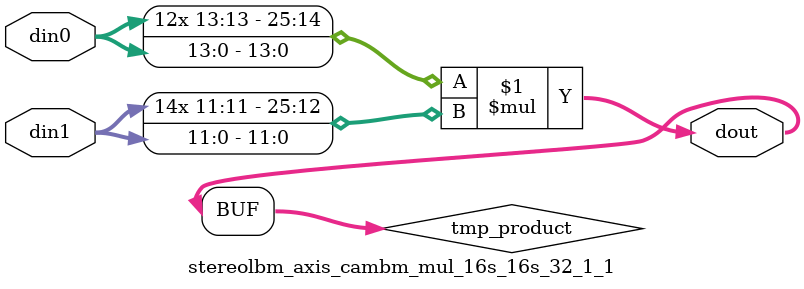
<source format=v>

`timescale 1 ns / 1 ps

  module stereolbm_axis_cambm_mul_16s_16s_32_1_1(din0, din1, dout);
parameter ID = 1;
parameter NUM_STAGE = 0;
parameter din0_WIDTH = 14;
parameter din1_WIDTH = 12;
parameter dout_WIDTH = 26;

input [din0_WIDTH - 1 : 0] din0; 
input [din1_WIDTH - 1 : 0] din1; 
output [dout_WIDTH - 1 : 0] dout;

wire signed [dout_WIDTH - 1 : 0] tmp_product;













assign tmp_product = $signed(din0) * $signed(din1);








assign dout = tmp_product;







endmodule

</source>
